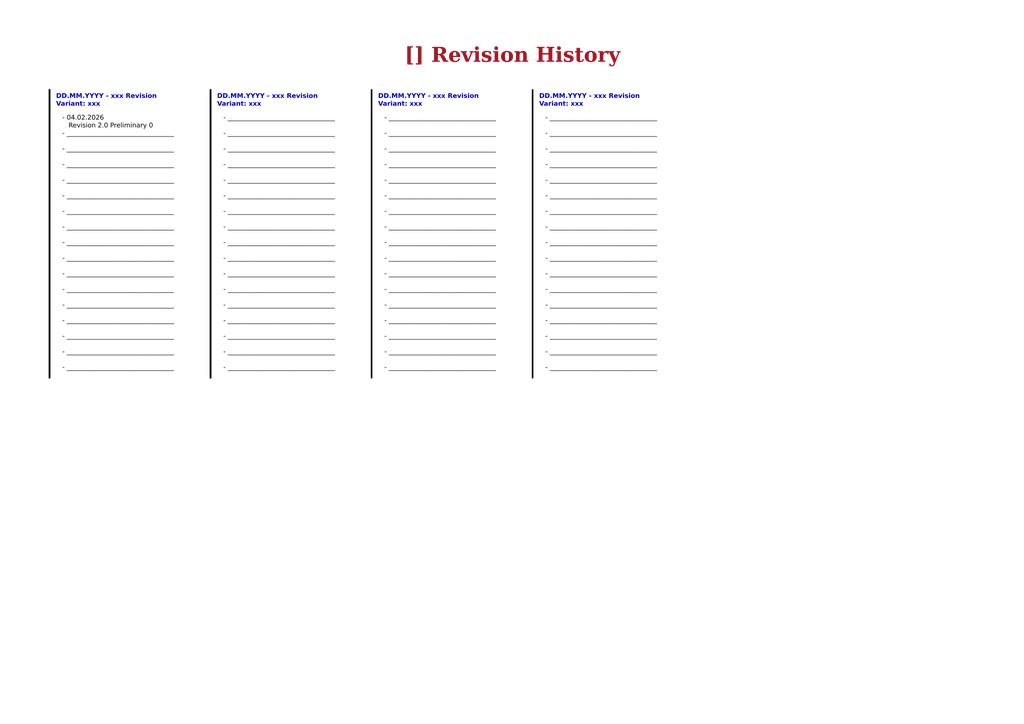
<source format=kicad_sch>
(kicad_sch
	(version 20250114)
	(generator "eeschema")
	(generator_version "9.0")
	(uuid "ea8c4f5e-7a49-4faf-a994-dbc85ed86b0a")
	(paper "A3")
	(title_block
		(title "Revision History")
		(date "Last Modified Date")
		(rev "${REVISION}")
		(company "${COMPANY}")
	)
	(lib_symbols)
	(text_box "DD.MM.YYYY - xxx Revision\nVariant: xxx"
		(exclude_from_sim no)
		(at 153.67 36.83 0)
		(size 57.15 7.62)
		(margins 1.4287 1.4287 1.4287 1.4287)
		(stroke
			(width -0.0001)
			(type default)
		)
		(fill
			(type none)
		)
		(effects
			(font
				(face "Arial")
				(size 1.905 1.905)
				(thickness 0.254)
				(bold yes)
			)
			(justify left top)
		)
		(uuid "19e2a709-0e78-4769-b0b5-3552e4c63fea")
	)
	(text_box "DD.MM.YYYY - xxx Revision\nVariant: xxx"
		(exclude_from_sim no)
		(at 219.71 36.83 0)
		(size 57.15 7.62)
		(margins 1.4287 1.4287 1.4287 1.4287)
		(stroke
			(width -0.0001)
			(type default)
		)
		(fill
			(type none)
		)
		(effects
			(font
				(face "Arial")
				(size 1.905 1.905)
				(thickness 0.254)
				(bold yes)
			)
			(justify left top)
		)
		(uuid "1b5dda48-5f18-48de-99f0-d19e69d2ca28")
	)
	(text_box "[${#}] ${TITLE}"
		(exclude_from_sim no)
		(at 12.7 16.51 0)
		(size 394.97 12.7)
		(margins 4.4999 4.4999 4.4999 4.4999)
		(stroke
			(width -0.0001)
			(type default)
		)
		(fill
			(type none)
		)
		(effects
			(font
				(face "Times New Roman")
				(size 6 6)
				(thickness 1.2)
				(bold yes)
				(color 162 22 34 1)
			)
		)
		(uuid "20a0a094-ac98-46df-bdac-21d5721f7697")
	)
	(text_box "DD.MM.YYYY - xxx Revision\nVariant: xxx"
		(exclude_from_sim no)
		(at 21.59 36.83 0)
		(size 57.15 7.62)
		(margins 1.4287 1.4287 1.4287 1.4287)
		(stroke
			(width -0.0001)
			(type default)
		)
		(fill
			(type none)
		)
		(effects
			(font
				(face "Arial")
				(size 1.905 1.905)
				(thickness 0.254)
				(bold yes)
			)
			(justify left top)
		)
		(uuid "243ec8b9-067e-4132-a388-79567962278f")
	)
	(text_box "- _________________________________\n\n- _________________________________\n\n- _________________________________\n\n- _________________________________\n\n- _________________________________\n\n- _________________________________\n\n- _________________________________\n\n- _________________________________\n\n- _________________________________\n\n- _________________________________\n\n- _________________________________\n\n- _________________________________\n\n- _________________________________\n\n- _________________________________\n\n- _________________________________\n\n- _________________________________\n\n- _________________________________"
		(exclude_from_sim no)
		(at 156.21 45.72 0)
		(size 58.42 115.57)
		(margins 1.4287 1.4287 1.4287 1.4287)
		(stroke
			(width -0.0001)
			(type default)
		)
		(fill
			(type none)
		)
		(effects
			(font
				(face "Arial")
				(size 1.905 1.905)
				(color 0 0 0 1)
			)
			(justify left top)
		)
		(uuid "3d3cc780-dbc7-44d5-9028-386074b96527")
	)
	(text_box "DD.MM.YYYY - xxx Revision\nVariant: xxx"
		(exclude_from_sim no)
		(at 87.63 36.83 0)
		(size 57.15 7.62)
		(margins 1.4287 1.4287 1.4287 1.4287)
		(stroke
			(width -0.0001)
			(type default)
		)
		(fill
			(type none)
		)
		(effects
			(font
				(face "Arial")
				(size 1.905 1.905)
				(thickness 0.254)
				(bold yes)
			)
			(justify left top)
		)
		(uuid "50d92586-ffe1-4dac-9a83-a5d759ed83f7")
	)
	(text_box "- _________________________________\n\n- _________________________________\n\n- _________________________________\n\n- _________________________________\n\n- _________________________________\n\n- _________________________________\n\n- _________________________________\n\n- _________________________________\n\n- _________________________________\n\n- _________________________________\n\n- _________________________________\n\n- _________________________________\n\n- _________________________________\n\n- _________________________________\n\n- _________________________________\n\n- _________________________________\n\n- _________________________________"
		(exclude_from_sim no)
		(at 90.17 45.72 0)
		(size 58.42 115.57)
		(margins 1.4287 1.4287 1.4287 1.4287)
		(stroke
			(width -0.0001)
			(type default)
		)
		(fill
			(type none)
		)
		(effects
			(font
				(face "Arial")
				(size 1.905 1.905)
				(color 0 0 0 1)
			)
			(justify left top)
		)
		(uuid "76352d3e-62df-484a-a87f-eafd0cf1a7e6")
	)
	(text_box "- _________________________________\n\n- _________________________________\n\n- _________________________________\n\n- _________________________________\n\n- _________________________________\n\n- _________________________________\n\n- _________________________________\n\n- _________________________________\n\n- _________________________________\n\n- _________________________________\n\n- _________________________________\n\n- _________________________________\n\n- _________________________________\n\n- _________________________________\n\n- _________________________________\n\n- _________________________________\n\n- _________________________________"
		(exclude_from_sim no)
		(at 222.25 45.72 0)
		(size 58.42 115.57)
		(margins 1.4287 1.4287 1.4287 1.4287)
		(stroke
			(width -0.0001)
			(type default)
		)
		(fill
			(type none)
		)
		(effects
			(font
				(face "Arial")
				(size 1.905 1.905)
				(color 0 0 0 1)
			)
			(justify left top)
		)
		(uuid "a587f174-0edb-45e0-9aaa-4f3e77802754")
	)
	(text_box "- 04.02.2026\n   Revision 2.0 Preliminary 0\n- _________________________________\n\n- _________________________________\n\n- _________________________________\n\n- _________________________________\n\n- _________________________________\n\n- _________________________________\n\n- _________________________________\n\n- _________________________________\n\n- _________________________________\n\n- _________________________________\n\n- _________________________________\n\n- _________________________________\n\n- _________________________________\n\n- _________________________________\n\n- _________________________________\n\n- _________________________________"
		(exclude_from_sim no)
		(at 24.13 45.72 0)
		(size 58.42 115.57)
		(margins 1.4287 1.4287 1.4287 1.4287)
		(stroke
			(width -0.0001)
			(type solid)
		)
		(fill
			(type none)
		)
		(effects
			(font
				(face "Arial")
				(size 1.905 1.905)
				(color 0 0 0 1)
			)
			(justify left top)
		)
		(uuid "f225e161-3de3-4fba-8f40-387ba9c18c47")
	)
	(polyline
		(pts
			(xy 86.36 36.83) (xy 86.36 154.94)
		)
		(stroke
			(width 0.635)
			(type default)
			(color 0 0 0 1)
		)
		(uuid "02ad7c48-fa29-493a-b9ef-5b6ba2037e85")
	)
	(polyline
		(pts
			(xy 218.44 36.83) (xy 218.44 154.94)
		)
		(stroke
			(width 0.635)
			(type default)
			(color 0 0 0 1)
		)
		(uuid "3562b456-6240-4018-83c4-33314e063c86")
	)
	(polyline
		(pts
			(xy 20.32 36.83) (xy 20.32 154.94)
		)
		(stroke
			(width 0.635)
			(type default)
			(color 0 0 0 1)
		)
		(uuid "69d70588-8e6a-4dab-9334-71551da53557")
	)
	(polyline
		(pts
			(xy 86.36 36.83) (xy 86.36 154.94)
		)
		(stroke
			(width 0.635)
			(type default)
			(color 0 0 0 1)
		)
		(uuid "9373bb85-fdb3-4a67-902f-73f27df9a0eb")
	)
	(polyline
		(pts
			(xy 20.32 36.83) (xy 20.32 154.94)
		)
		(stroke
			(width 0.635)
			(type default)
			(color 0 0 0 1)
		)
		(uuid "d18dfd09-6940-49d5-9fb3-cc6b8886c595")
	)
	(polyline
		(pts
			(xy 152.4 36.83) (xy 152.4 154.94)
		)
		(stroke
			(width 0.635)
			(type default)
			(color 0 0 0 1)
		)
		(uuid "e2e09f15-1b14-4117-8ee3-e9b3c6821617")
	)
)

</source>
